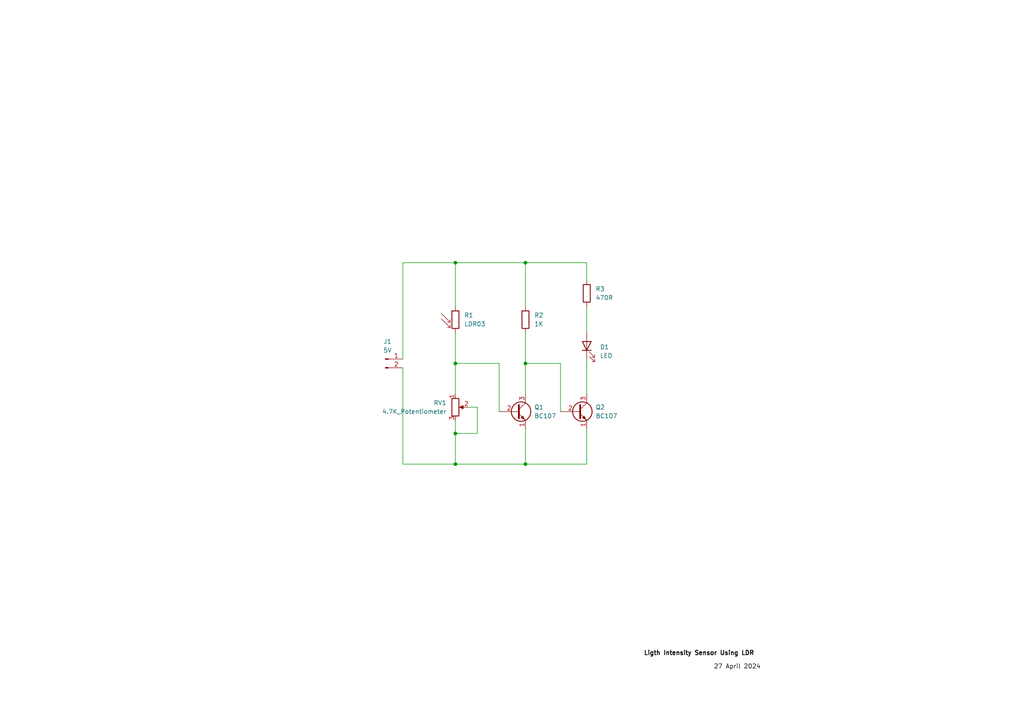
<source format=kicad_sch>
(kicad_sch (version 20231120) (generator "eeschema") (generator_version "8.0")
  (paper "A4")
  (lib_symbols
    (symbol "Connector:Conn_01x02_Pin" (pin_names (offset 1.016) hide)
      (property "Reference" "J" (at 0 2.54 0))
      (property "Value" "Conn_01x02_Pin" (at 0 -5.08 0))
      (symbol "Conn_01x02_Pin_1_1"
        (polyline (pts (xy 1.27 -2.54) (xy 0.8636 -2.54)) (stroke (width 0.1524)))
        (polyline (pts (xy 1.27 0) (xy 0.8636 0)) (stroke (width 0.1524)))
        (rectangle (start 0.8636 -2.413) (end 0 -2.667) (stroke (width 0.1524)) (fill (type outline)))
        (rectangle (start 0.8636 0.127) (end 0 -0.127) (stroke (width 0.1524)) (fill (type outline)))
        (pin passive line (at 5.08 0 180) (length 3.81) (name "Pin_1") (number "1"))
        (pin passive line (at 5.08 -2.54 180) (length 3.81) (name "Pin_2") (number "2"))
      )
    )
    (symbol "Device:LED" (pin_numbers hide) (pin_names (offset 1.016) hide)
      (property "Reference" "D" (at 0 2.54 0))
      (property "Value" "LED" (at 0 -2.54 0))
      (symbol "LED_0_1"
        (polyline (pts (xy -1.27 -1.27) (xy -1.27 1.27)) (stroke (width 0.254)))
        (polyline (pts (xy -1.27 0) (xy 1.27 0)))
        (polyline (pts (xy 1.27 -1.27) (xy 1.27 1.27) (xy -1.27 0) (xy 1.27 -1.27)) (stroke (width 0.254)))
        (polyline (pts (xy -3.048 -0.762) (xy -4.572 -2.286) (xy -3.81 -2.286) (xy -4.572 -2.286) (xy -4.572 -1.524)))
        (polyline (pts (xy -1.778 -0.762) (xy -3.302 -2.286) (xy -2.54 -2.286) (xy -3.302 -2.286) (xy -3.302 -1.524)))
      )
      (symbol "LED_1_1"
        (pin passive line (at -3.81 0 0) (length 2.54) (name "K") (number "1"))
        (pin passive line (at 3.81 0 180) (length 2.54) (name "A") (number "2"))
      )
    )
    (symbol "Device:R" (pin_numbers hide) (pin_names (offset 0))
      (property "Reference" "R" (at 2.032 0 90))
      (property "Value" "R" (at 0 0 90))
      (symbol "R_0_1"
        (rectangle (start -1.016 -2.54) (end 1.016 2.54) (stroke (width 0.254)))
      )
      (symbol "R_1_1"
        (pin passive line (at 0 3.81 270) (length 1.27) (name "~") (number "1"))
        (pin passive line (at 0 -3.81 90) (length 1.27) (name "~") (number "2"))
      )
    )
    (symbol "Device:R_Potentiometer" (pin_names (offset 1.016) hide)
      (property "Reference" "RV" (at -4.445 0 90))
      (property "Value" "R_Potentiometer" (at -2.54 0 90))
      (symbol "R_Potentiometer_0_1"
        (polyline (pts (xy 2.54 0) (xy 1.524 0)))
        (polyline (pts (xy 1.143 0) (xy 2.286 0.508) (xy 2.286 -0.508) (xy 1.143 0)) (fill (type outline)))
        (rectangle (start 1.016 2.54) (end -1.016 -2.54) (stroke (width 0.254)))
      )
      (symbol "R_Potentiometer_1_1"
        (pin passive line (at 0 3.81 270) (length 1.27) (name "1") (number "1"))
        (pin passive line (at 3.81 0 180) (length 1.27) (name "2") (number "2"))
        (pin passive line (at 0 -3.81 90) (length 1.27) (name "3") (number "3"))
      )
    )
    (symbol "Sensor_Optical:LDR03" (pin_numbers hide) (pin_names (offset 0))
      (property "Reference" "R" (at -5.08 0 90))
      (property "Value" "LDR03" (at 1.905 0 90))
      (symbol "LDR03_0_1"
        (rectangle (start -1.016 2.54) (end 1.016 -2.54) (stroke (width 0.254)))
        (polyline (pts (xy -1.524 -2.286) (xy -4.064 0.254)))
        (polyline (pts (xy -1.524 -2.286) (xy -2.286 -2.286)))
        (polyline (pts (xy -1.524 -2.286) (xy -1.524 -1.524)))
        (polyline (pts (xy -1.524 -0.762) (xy -4.064 1.778)))
        (polyline (pts (xy -1.524 -0.762) (xy -2.286 -0.762)))
        (polyline (pts (xy -1.524 -0.762) (xy -1.524 0)))
      )
      (symbol "LDR03_1_1"
        (pin passive line (at 0 3.81 270) (length 1.27) (name "~") (number "1"))
        (pin passive line (at 0 -3.81 90) (length 1.27) (name "~") (number "2"))
      )
    )
    (symbol "Transistor_BJT:BC107" (pin_names (offset 0) hide)
      (property "Reference" "Q" (at 5.08 1.905 0))
      (property "Value" "BC107" (at 5.08 0 0))
      (symbol "BC107_0_1"
        (polyline (pts (xy 0.635 0.635) (xy 2.54 2.54)))
        (polyline (pts (xy 0.635 -0.635) (xy 2.54 -2.54) (xy 2.54 -2.54)))
        (polyline (pts (xy 0.635 1.905) (xy 0.635 -1.905) (xy 0.635 -1.905)) (stroke (width 0.508)))
        (polyline (pts (xy 1.27 -1.778) (xy 1.778 -1.27) (xy 2.286 -2.286) (xy 1.27 -1.778) (xy 1.27 -1.778)) (fill (type outline)))
        (circle (center 1.27 0) (radius 2.8194) (stroke (width 0.254)))
      )
      (symbol "BC107_1_1"
        (pin passive line (at 2.54 -5.08 90) (length 2.54) (name "E") (number "1"))
        (pin input line (at -5.08 0 0) (length 5.715) (name "B") (number "2"))
        (pin passive line (at 2.54 5.08 270) (length 2.54) (name "C") (number "3"))
      )
    )
  )
  (junction (at 132.08 125.73))
  (junction (at 152.4 134.62))
  (junction (at 132.08 76.2))
  (junction (at 132.08 134.62))
  (junction (at 132.08 105.41))
  (junction (at 152.4 76.2))
  (junction (at 152.4 105.41))
  (wire (pts (xy 152.4 96.52) (xy 152.4 105.41)))
  (wire (pts (xy 135.89 118.11) (xy 138.43 118.11)))
  (wire (pts (xy 152.4 105.41) (xy 162.56 105.41)))
  (wire (pts (xy 116.84 134.62) (xy 132.08 134.62)))
  (wire (pts (xy 116.84 106.68) (xy 116.84 134.62)))
  (wire (pts (xy 132.08 76.2) (xy 152.4 76.2)))
  (wire (pts (xy 132.08 105.41) (xy 144.78 105.41)))
  (wire (pts (xy 162.56 105.41) (xy 162.56 119.38)))
  (wire (pts (xy 132.08 134.62) (xy 152.4 134.62)))
  (wire (pts (xy 152.4 76.2) (xy 152.4 88.9)))
  (wire (pts (xy 170.18 76.2) (xy 170.18 81.28)))
  (wire (pts (xy 152.4 76.2) (xy 170.18 76.2)))
  (wire (pts (xy 170.18 88.9) (xy 170.18 96.52)))
  (wire (pts (xy 132.08 134.62) (xy 132.08 125.73)))
  (wire (pts (xy 116.84 104.14) (xy 116.84 76.2)))
  (wire (pts (xy 116.84 76.2) (xy 132.08 76.2)))
  (wire (pts (xy 138.43 125.73) (xy 132.08 125.73)))
  (wire (pts (xy 144.78 105.41) (xy 144.78 119.38)))
  (wire (pts (xy 132.08 105.41) (xy 132.08 114.3)))
  (wire (pts (xy 152.4 124.46) (xy 152.4 134.62)))
  (wire (pts (xy 132.08 76.2) (xy 132.08 88.9)))
  (wire (pts (xy 170.18 134.62) (xy 152.4 134.62)))
  (wire (pts (xy 132.08 125.73) (xy 132.08 121.92)))
  (wire (pts (xy 170.18 104.14) (xy 170.18 114.3)))
  (wire (pts (xy 170.18 124.46) (xy 170.18 134.62)))
  (wire (pts (xy 138.43 118.11) (xy 138.43 125.73)))
  (wire (pts (xy 152.4 105.41) (xy 152.4 114.3)))
  (wire (pts (xy 132.08 96.52) (xy 132.08 105.41)))
  (label "27 April 2024" (at 207.01 194.31 0))
  (label "Ligth Intensity Sensor Using LDR" (at 186.69 190.5 0) (effects (font (thickness 0.254) (bold yes))))
  (symbol (lib_id "Transistor_BJT:BC107") (at 149.86 119.38 0) (unit 1)
    (property "Reference" "Q1" (at 154.94 118.1099 0) (effects (justify left)))
    (property "Value" "BC107" (at 154.94 120.6499 0) (effects (justify left)))
    (property "Footprint" "Package_TO_SOT_THT:TO-18-3" (effects (hide yes)))
    (property "Datasheet" "http://www.b-kainka.de/Daten/Transistor/BC108.pdf" (effects (hide yes)))
    (property "Description" "0.1A Ic, 50V Vce, Low Noise General Purpose NPN Transistor, TO-18" (effects (hide yes)))
  )
  (symbol (lib_id "Device:LED") (at 170.18 100.33 90) (unit 1)
    (property "Reference" "D1" (at 173.99 100.6474 90) (effects (justify right)))
    (property "Value" "LED" (at 173.99 103.1874 90) (effects (justify right)))
    (property "Footprint" "LED_THT:LED_D5.0mm" (effects (hide yes)))
    (property "Description" "Light emitting diode" (effects (hide yes)))
  )
  (symbol (lib_id "Device:R") (at 152.4 92.71 0) (unit 1)
    (property "Reference" "R2" (at 154.94 91.4399 0) (effects (justify left)))
    (property "Value" "1K" (at 154.94 93.9799 0) (effects (justify left)))
    (property "Footprint" "OptoDevice:R_LDR_4.9x4.2mm_P2.54mm_Vertical" (effects (hide yes)))
    (property "Description" "Resistor" (effects (hide yes)))
  )
  (symbol (lib_id "Sensor_Optical:LDR03") (at 132.08 92.71 0) (unit 1)
    (property "Reference" "R1" (at 134.62 91.4399 0) (effects (justify left)))
    (property "Value" "LDR03" (at 134.62 93.9799 0) (effects (justify left)))
    (property "Footprint" "OptoDevice:R_LDR_10x8.5mm_P7.6mm_Vertical" (effects (hide yes)))
    (property "Datasheet" "http://www.elektronica-componenten.nl/WebRoot/StoreNL/Shops/61422969/54F1/BA0C/C664/31B9/2173/C0A8/2AB9/2AEF/LDR03IMP.pdf" (effects (hide yes)))
    (property "Description" "light dependent resistor" (effects (hide yes)))
  )
  (symbol (lib_id "Transistor_BJT:BC107") (at 167.64 119.38 0) (unit 1)
    (property "Reference" "Q2" (at 172.72 118.1099 0) (effects (justify left)))
    (property "Value" "BC107" (at 172.72 120.6499 0) (effects (justify left)))
    (property "Footprint" "Package_TO_SOT_THT:TO-18-3" (effects (hide yes)))
    (property "Datasheet" "http://www.b-kainka.de/Daten/Transistor/BC108.pdf" (effects (hide yes)))
    (property "Description" "0.1A Ic, 50V Vce, Low Noise General Purpose NPN Transistor, TO-18" (effects (hide yes)))
  )
  (symbol (lib_id "Device:R_Potentiometer") (at 132.08 118.11 0) (unit 1)
    (property "Reference" "RV1" (at 129.54 116.8399 0) (effects (justify right)))
    (property "Value" "4.7K_Potentiometer" (at 129.54 119.3799 0) (effects (justify right)))
    (property "Footprint" "Potentiometer_THT:Potentiometer_Bourns_3006Y_Horizontal" (effects (hide yes)))
    (property "Description" "Potentiometer" (effects (hide yes)))
  )
  (symbol (lib_id "Connector:Conn_01x02_Pin") (at 111.76 104.14 0) (unit 1)
    (property "Reference" "J1" (at 112.395 99.06 0))
    (property "Value" "5V" (at 112.395 101.6 0))
    (property "Footprint" "Connector_Wire:SolderWire-0.5sqmm_1x02_P4.8mm_D0.9mm_OD2.3mm" (effects (hide yes)))
    (property "Description" "Generic connector, single row, 01x02, script generated" (effects (hide yes)))
  )
  (symbol (lib_id "Device:R") (at 170.18 85.09 0) (unit 1)
    (property "Reference" "R3" (at 172.72 83.8199 0) (effects (justify left)))
    (property "Value" "470R" (at 172.72 86.3599 0) (effects (justify left)))
    (property "Footprint" "OptoDevice:R_LDR_4.9x4.2mm_P2.54mm_Vertical" (effects (hide yes)))
    (property "Description" "Resistor" (effects (hide yes)))
  )
)
</source>
